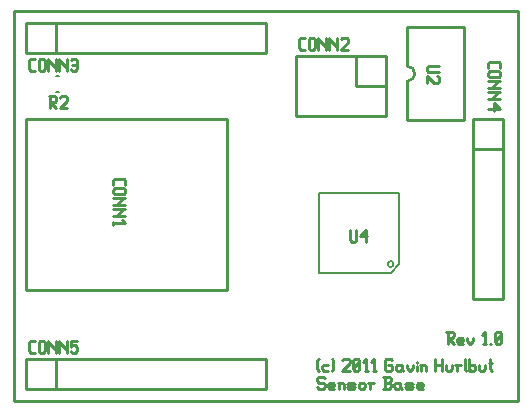
<source format=gbr>
G04 start of page 7 for group -4079 idx -4079 *
G04 Title: (unknown), topsilk *
G04 Creator: pcb 20091103 *
G04 CreationDate: Sun 20 Mar 2011 05:20:08 AM GMT UTC *
G04 For: gjhurlbu *
G04 Format: Gerber/RS-274X *
G04 PCB-Dimensions: 600000 500000 *
G04 PCB-Coordinate-Origin: lower left *
%MOIN*%
%FSLAX25Y25*%
%LNFRONTSILK*%
%ADD11C,0.0100*%
%ADD30C,0.0080*%
G54D11*X33000Y293000D02*Y423000D01*
X201000D01*
Y293000D01*
X33000D01*
X136000Y301000D02*X136500Y300500D01*
X134500Y301000D02*X136000D01*
X134000Y300500D02*X134500Y301000D01*
X134000Y300500D02*Y299500D01*
X134500Y299000D01*
X136000D01*
X136500Y298500D01*
Y297500D01*
X136000Y297000D02*X136500Y297500D01*
X134500Y297000D02*X136000D01*
X134000Y297500D02*X134500Y297000D01*
X138201D02*X139701D01*
X137701Y297500D02*X138201Y297000D01*
X137701Y298500D02*Y297500D01*
Y298500D02*X138201Y299000D01*
X139201D01*
X139701Y298500D01*
X137701Y298000D02*X139701D01*
Y298500D02*Y298000D01*
X141402Y298500D02*Y297000D01*
Y298500D02*X141902Y299000D01*
X142402D01*
X142902Y298500D01*
Y297000D01*
X140902Y299000D02*X141402Y298500D01*
X144603Y297000D02*X146103D01*
X146603Y297500D01*
X146103Y298000D02*X146603Y297500D01*
X144603Y298000D02*X146103D01*
X144103Y298500D02*X144603Y298000D01*
X144103Y298500D02*X144603Y299000D01*
X146103D01*
X146603Y298500D01*
X144103Y297500D02*X144603Y297000D01*
X147804Y298500D02*Y297500D01*
Y298500D02*X148304Y299000D01*
X149304D01*
X149804Y298500D01*
Y297500D01*
X149304Y297000D02*X149804Y297500D01*
X148304Y297000D02*X149304D01*
X147804Y297500D02*X148304Y297000D01*
X151505Y298500D02*Y297000D01*
Y298500D02*X152005Y299000D01*
X153005D01*
X151005D02*X151505Y298500D01*
X156006Y297000D02*X158006D01*
X158506Y297500D01*
Y298500D02*Y297500D01*
X158006Y299000D02*X158506Y298500D01*
X156506Y299000D02*X158006D01*
X156506Y301000D02*Y297000D01*
X156006Y301000D02*X158006D01*
X158506Y300500D01*
Y299500D01*
X158006Y299000D02*X158506Y299500D01*
X161207Y299000D02*X161707Y298500D01*
X160207Y299000D02*X161207D01*
X159707Y298500D02*X160207Y299000D01*
X159707Y298500D02*Y297500D01*
X160207Y297000D01*
X161707Y299000D02*Y297500D01*
X162207Y297000D01*
X160207D02*X161207D01*
X161707Y297500D01*
X163908Y297000D02*X165408D01*
X165908Y297500D01*
X165408Y298000D02*X165908Y297500D01*
X163908Y298000D02*X165408D01*
X163408Y298500D02*X163908Y298000D01*
X163408Y298500D02*X163908Y299000D01*
X165408D01*
X165908Y298500D01*
X163408Y297500D02*X163908Y297000D01*
X167609D02*X169109D01*
X167109Y297500D02*X167609Y297000D01*
X167109Y298500D02*Y297500D01*
Y298500D02*X167609Y299000D01*
X168609D01*
X169109Y298500D01*
X167109Y298000D02*X169109D01*
Y298500D02*Y298000D01*
X134000Y303500D02*X134500Y303000D01*
X134000Y306500D02*X134500Y307000D01*
X134000Y306500D02*Y303500D01*
X136201Y305000D02*X137701D01*
X135701Y304500D02*X136201Y305000D01*
X135701Y304500D02*Y303500D01*
X136201Y303000D01*
X137701D01*
X138902Y307000D02*X139402Y306500D01*
Y303500D01*
X138902Y303000D02*X139402Y303500D01*
X142403Y306500D02*X142903Y307000D01*
X144403D01*
X144903Y306500D01*
Y305500D01*
X142403Y303000D02*X144903Y305500D01*
X142403Y303000D02*X144903D01*
X146104Y303500D02*X146604Y303000D01*
X146104Y306500D02*Y303500D01*
Y306500D02*X146604Y307000D01*
X147604D01*
X148104Y306500D01*
Y303500D01*
X147604Y303000D02*X148104Y303500D01*
X146604Y303000D02*X147604D01*
X146104Y304000D02*X148104Y306000D01*
X149805Y303000D02*X150805D01*
X150305Y307000D02*Y303000D01*
X149305Y306000D02*X150305Y307000D01*
X152506Y303000D02*X153506D01*
X153006Y307000D02*Y303000D01*
X152006Y306000D02*X153006Y307000D01*
X158507D02*X159007Y306500D01*
X157007Y307000D02*X158507D01*
X156507Y306500D02*X157007Y307000D01*
X156507Y306500D02*Y303500D01*
X157007Y303000D01*
X158507D01*
X159007Y303500D01*
Y304500D02*Y303500D01*
X158507Y305000D02*X159007Y304500D01*
X157507Y305000D02*X158507D01*
X161708D02*X162208Y304500D01*
X160708Y305000D02*X161708D01*
X160208Y304500D02*X160708Y305000D01*
X160208Y304500D02*Y303500D01*
X160708Y303000D01*
X162208Y305000D02*Y303500D01*
X162708Y303000D01*
X160708D02*X161708D01*
X162208Y303500D01*
X163909Y305000D02*Y304000D01*
X164909Y303000D01*
X165909Y304000D01*
Y305000D02*Y304000D01*
X167110Y306000D02*Y305500D01*
Y304500D02*Y303000D01*
X168611Y304500D02*Y303000D01*
Y304500D02*X169111Y305000D01*
X169611D01*
X170111Y304500D01*
Y303000D01*
X168111Y305000D02*X168611Y304500D01*
X173112Y307000D02*Y303000D01*
X175612Y307000D02*Y303000D01*
X173112Y305000D02*X175612D01*
X176813D02*Y303500D01*
X177313Y303000D01*
X178313D01*
X178813Y303500D01*
Y305000D02*Y303500D01*
X180514Y304500D02*Y303000D01*
Y304500D02*X181014Y305000D01*
X182014D01*
X180014D02*X180514Y304500D01*
X183215Y307000D02*Y303500D01*
X183715Y303000D01*
X184716Y307000D02*Y303000D01*
Y303500D02*X185216Y303000D01*
X186216D01*
X186716Y303500D01*
Y304500D02*Y303500D01*
X186216Y305000D02*X186716Y304500D01*
X185216Y305000D02*X186216D01*
X184716Y304500D02*X185216Y305000D01*
X187917D02*Y303500D01*
X188417Y303000D01*
X189417D01*
X189917Y303500D01*
Y305000D02*Y303500D01*
X191618Y307000D02*Y303500D01*
X192118Y303000D01*
X191118Y305500D02*X192118D01*
X177000Y316000D02*X179000D01*
X179500Y315500D01*
Y314500D01*
X179000Y314000D02*X179500Y314500D01*
X177500Y314000D02*X179000D01*
X177500Y316000D02*Y312000D01*
Y314000D02*X179500Y312000D01*
X181201D02*X182701D01*
X180701Y312500D02*X181201Y312000D01*
X180701Y313500D02*Y312500D01*
Y313500D02*X181201Y314000D01*
X182201D01*
X182701Y313500D01*
X180701Y313000D02*X182701D01*
Y313500D02*Y313000D01*
X183902Y314000D02*Y313000D01*
X184902Y312000D01*
X185902Y313000D01*
Y314000D02*Y313000D01*
X189403Y312000D02*X190403D01*
X189903Y316000D02*Y312000D01*
X188903Y315000D02*X189903Y316000D01*
X191604Y312000D02*X192104D01*
X193305Y312500D02*X193805Y312000D01*
X193305Y315500D02*Y312500D01*
Y315500D02*X193805Y316000D01*
X194805D01*
X195305Y315500D01*
Y312500D01*
X194805Y312000D02*X195305Y312500D01*
X193805Y312000D02*X194805D01*
X193305Y313000D02*X195305Y315000D01*
X196000Y377000D02*Y387000D01*
X186000Y377000D02*X196000D01*
Y387000D02*X186000D01*
X196000Y327000D02*Y387000D01*
X186000Y327000D02*X196000D01*
X186000Y387000D02*Y327000D01*
G54D30*X161379Y338521D02*X158479Y335621D01*
X161379Y362379D02*Y338521D01*
X134621Y362379D02*X161379D01*
X134621D02*Y335621D01*
X158479D01*
X159479Y338521D02*G75*G03X159479Y338521I-1000J0D01*G01*
G54D11*X37000Y307000D02*X47000D01*
Y297000D01*
X37000Y307000D02*Y297000D01*
Y307000D02*X117000D01*
Y297000D01*
X37000D02*X117000D01*
X37000Y419000D02*X47000D01*
Y409000D01*
X37000Y419000D02*Y409000D01*
Y419000D02*X117000D01*
Y409000D01*
X37000D02*X117000D01*
X37071Y387000D02*Y329914D01*
X104000D01*
Y387000D02*Y329914D01*
X37071Y387000D02*X104000D01*
G54D30*X47064Y401362D02*X47850D01*
X47064Y395852D02*X47850D01*
G54D11*X164000Y417500D02*Y404500D01*
Y399500D02*Y386500D01*
Y417500D02*X183000D01*
Y386500D01*
X164000D02*X183000D01*
X164000Y399500D02*G75*G03X164000Y404500I0J2500D01*G01*
X147000Y398000D02*X157000D01*
X147000Y408000D02*Y398000D01*
X157000Y408000D02*Y388000D01*
X127000D02*X157000D01*
X127000Y408000D02*Y388000D01*
Y408000D02*X157000D01*
X191000Y405500D02*Y404000D01*
X191500Y406000D02*X191000Y405500D01*
X191500Y406000D02*X194500D01*
X195000Y405500D01*
Y404000D01*
X191500Y402799D02*X194500D01*
X195000Y402299D01*
Y401299D01*
X194500Y400799D01*
X191500D02*X194500D01*
X191000Y401299D02*X191500Y400799D01*
X191000Y402299D02*Y401299D01*
X191500Y402799D02*X191000Y402299D01*
Y399598D02*X195000D01*
X194500D02*X195000D01*
X194500D02*X192000Y397098D01*
X191000D02*X195000D01*
X191000Y395897D02*X195000D01*
X194500D02*X195000D01*
X194500D02*X192000Y393397D01*
X191000D02*X195000D01*
X193000Y392196D02*X195000Y390196D01*
X193000Y392196D02*Y389696D01*
X191000Y390196D02*X195000D01*
X38500Y309000D02*X40000D01*
X38000Y309500D02*X38500Y309000D01*
X38000Y312500D02*Y309500D01*
Y312500D02*X38500Y313000D01*
X40000D01*
X41201Y312500D02*Y309500D01*
Y312500D02*X41701Y313000D01*
X42701D01*
X43201Y312500D01*
Y309500D01*
X42701Y309000D02*X43201Y309500D01*
X41701Y309000D02*X42701D01*
X41201Y309500D02*X41701Y309000D01*
X44402Y313000D02*Y309000D01*
Y313000D02*Y312500D01*
X46902Y310000D01*
Y313000D02*Y309000D01*
X48103Y313000D02*Y309000D01*
Y313000D02*Y312500D01*
X50603Y310000D01*
Y313000D02*Y309000D01*
X51804Y313000D02*X53804D01*
X51804D02*Y311000D01*
X52304Y311500D01*
X53304D01*
X53804Y311000D01*
Y309500D01*
X53304Y309000D02*X53804Y309500D01*
X52304Y309000D02*X53304D01*
X51804Y309500D02*X52304Y309000D01*
X145000Y350000D02*Y346500D01*
X145500Y346000D01*
X146500D01*
X147000Y346500D01*
Y350000D02*Y346500D01*
X148201Y348000D02*X150201Y350000D01*
X148201Y348000D02*X150701D01*
X150201Y350000D02*Y346000D01*
X171000Y404500D02*X174500D01*
X171000D02*X170500Y404000D01*
Y403000D01*
X171000Y402500D01*
X174500D01*
X174000Y401299D02*X174500Y400799D01*
Y399299D01*
X174000Y398799D01*
X173000D02*X174000D01*
X170500Y401299D02*X173000Y398799D01*
X170500Y401299D02*Y398799D01*
X128500Y410000D02*X130000D01*
X128000Y410500D02*X128500Y410000D01*
X128000Y413500D02*Y410500D01*
Y413500D02*X128500Y414000D01*
X130000D01*
X131201Y413500D02*Y410500D01*
Y413500D02*X131701Y414000D01*
X132701D01*
X133201Y413500D01*
Y410500D01*
X132701Y410000D02*X133201Y410500D01*
X131701Y410000D02*X132701D01*
X131201Y410500D02*X131701Y410000D01*
X134402Y414000D02*Y410000D01*
Y414000D02*Y413500D01*
X136902Y411000D01*
Y414000D02*Y410000D01*
X138103Y414000D02*Y410000D01*
Y414000D02*Y413500D01*
X140603Y411000D01*
Y414000D02*Y410000D01*
X141804Y413500D02*X142304Y414000D01*
X143804D01*
X144304Y413500D01*
Y412500D01*
X141804Y410000D02*X144304Y412500D01*
X141804Y410000D02*X144304D01*
X38500Y403000D02*X40000D01*
X38000Y403500D02*X38500Y403000D01*
X38000Y406500D02*Y403500D01*
Y406500D02*X38500Y407000D01*
X40000D01*
X41201Y406500D02*Y403500D01*
Y406500D02*X41701Y407000D01*
X42701D01*
X43201Y406500D01*
Y403500D01*
X42701Y403000D02*X43201Y403500D01*
X41701Y403000D02*X42701D01*
X41201Y403500D02*X41701Y403000D01*
X44402Y407000D02*Y403000D01*
Y407000D02*Y406500D01*
X46902Y404000D01*
Y407000D02*Y403000D01*
X48103Y407000D02*Y403000D01*
Y407000D02*Y406500D01*
X50603Y404000D01*
Y407000D02*Y403000D01*
X51804Y406500D02*X52304Y407000D01*
X53304D01*
X53804Y406500D01*
Y403500D01*
X53304Y403000D02*X53804Y403500D01*
X52304Y403000D02*X53304D01*
X51804Y403500D02*X52304Y403000D01*
Y405000D02*X53804D01*
X66000Y366500D02*Y365000D01*
X66500Y367000D02*X66000Y366500D01*
X66500Y367000D02*X69500D01*
X70000Y366500D01*
Y365000D01*
X66500Y363799D02*X69500D01*
X70000Y363299D01*
Y362299D01*
X69500Y361799D01*
X66500D02*X69500D01*
X66000Y362299D02*X66500Y361799D01*
X66000Y363299D02*Y362299D01*
X66500Y363799D02*X66000Y363299D01*
Y360598D02*X70000D01*
X69500D02*X70000D01*
X69500D02*X67000Y358098D01*
X66000D02*X70000D01*
X66000Y356897D02*X70000D01*
X69500D02*X70000D01*
X69500D02*X67000Y354397D01*
X66000D02*X70000D01*
X66000Y352696D02*Y351696D01*
Y352196D02*X70000D01*
X69000Y353196D02*X70000Y352196D01*
X44543Y394393D02*X46543D01*
X47043Y393893D01*
Y392893D01*
X46543Y392393D02*X47043Y392893D01*
X45043Y392393D02*X46543D01*
X45043Y394393D02*Y390393D01*
Y392393D02*X47043Y390393D01*
X48244Y393893D02*X48744Y394393D01*
X50244D01*
X50744Y393893D01*
Y392893D01*
X48244Y390393D02*X50744Y392893D01*
X48244Y390393D02*X50744D01*
M02*

</source>
